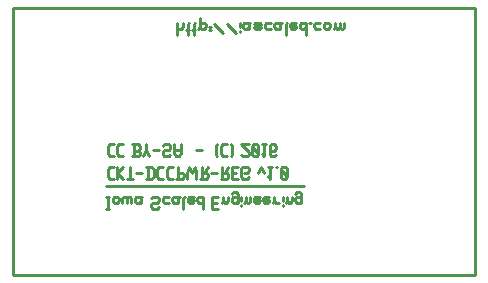
<source format=gbr>
G04 start of page 9 for group -4078 idx -4078 *
G04 Title: (unknown), bottomsilk *
G04 Creator: pcb 20140316 *
G04 CreationDate: Fri 22 Jan 2016 05:15:40 PM GMT UTC *
G04 For: ndholmes *
G04 Format: Gerber/RS-274X *
G04 PCB-Dimensions (mil): 1550.00 900.00 *
G04 PCB-Coordinate-Origin: lower left *
%MOIN*%
%FSLAX25Y25*%
%LNBOTTOMSILK*%
%ADD61C,0.0100*%
G54D61*X1000Y500D02*X154500D01*
Y89500D01*
X500D01*
Y500D01*
X8000D01*
X31500Y30000D02*X97500D01*
X55000Y80500D02*Y84500D01*
Y83000D02*X55500Y82500D01*
X56500D01*
X57000Y83000D01*
Y84500D01*
X58700Y80500D02*Y84000D01*
X59200Y84500D01*
X58200Y82000D02*X59200D01*
X60700Y80500D02*Y84000D01*
X61200Y84500D01*
X60200Y82000D02*X61200D01*
X62700Y83000D02*Y86000D01*
X62200Y82500D02*X62700Y83000D01*
X63200Y82500D01*
X64200D01*
X64700Y83000D01*
Y84000D01*
X64200Y84500D02*X64700Y84000D01*
X63200Y84500D02*X64200D01*
X62700Y84000D02*X63200Y84500D01*
X65900Y82000D02*X66400D01*
X65900Y83000D02*X66400D01*
X67600Y84000D02*X70600Y81000D01*
X71800Y84000D02*X74800Y81000D01*
X76000Y81500D02*Y81600D01*
Y83000D02*Y84500D01*
X78500Y82500D02*X79000Y83000D01*
X77500Y82500D02*X78500D01*
X77000Y83000D02*X77500Y82500D01*
X77000Y83000D02*Y84000D01*
X77500Y84500D01*
X79000Y82500D02*Y84000D01*
X79500Y84500D01*
X77500D02*X78500D01*
X79000Y84000D01*
X81200Y84500D02*X82700D01*
X83200Y84000D01*
X82700Y83500D02*X83200Y84000D01*
X81200Y83500D02*X82700D01*
X80700Y83000D02*X81200Y83500D01*
X80700Y83000D02*X81200Y82500D01*
X82700D01*
X83200Y83000D01*
X80700Y84000D02*X81200Y84500D01*
X84900Y82500D02*X86400D01*
X84400Y83000D02*X84900Y82500D01*
X84400Y83000D02*Y84000D01*
X84900Y84500D01*
X86400D01*
X89100Y82500D02*X89600Y83000D01*
X88100Y82500D02*X89100D01*
X87600Y83000D02*X88100Y82500D01*
X87600Y83000D02*Y84000D01*
X88100Y84500D01*
X89600Y82500D02*Y84000D01*
X90100Y84500D01*
X88100D02*X89100D01*
X89600Y84000D01*
X91300Y80500D02*Y84000D01*
X91800Y84500D01*
X93300D02*X94800D01*
X92800Y84000D02*X93300Y84500D01*
X92800Y83000D02*Y84000D01*
Y83000D02*X93300Y82500D01*
X94300D01*
X94800Y83000D01*
X92800Y83500D02*X94800D01*
Y83000D02*Y83500D01*
X98000Y80500D02*Y84500D01*
X97500D02*X98000Y84000D01*
X96500Y84500D02*X97500D01*
X96000Y84000D02*X96500Y84500D01*
X96000Y83000D02*Y84000D01*
Y83000D02*X96500Y82500D01*
X97500D01*
X98000Y83000D01*
X99200Y84500D02*X99700D01*
X101400Y82500D02*X102900D01*
X100900Y83000D02*X101400Y82500D01*
X100900Y83000D02*Y84000D01*
X101400Y84500D01*
X102900D01*
X104100Y83000D02*Y84000D01*
Y83000D02*X104600Y82500D01*
X105600D01*
X106100Y83000D01*
Y84000D01*
X105600Y84500D02*X106100Y84000D01*
X104600Y84500D02*X105600D01*
X104100Y84000D02*X104600Y84500D01*
X107800Y83000D02*Y84500D01*
Y83000D02*X108300Y82500D01*
X108800D01*
X109300Y83000D01*
Y84500D01*
Y83000D02*X109800Y82500D01*
X110300D01*
X110800Y83000D01*
Y84500D01*
X107300Y82500D02*X107800Y83000D01*
X31500Y22500D02*X32500D01*
X32000D02*Y26500D01*
X31500D02*X32500D01*
X33700Y25000D02*Y26000D01*
Y25000D02*X34200Y24500D01*
X35200D01*
X35700Y25000D01*
Y26000D01*
X35200Y26500D02*X35700Y26000D01*
X34200Y26500D02*X35200D01*
X33700Y26000D02*X34200Y26500D01*
X36900Y24500D02*Y26000D01*
X37400Y26500D01*
X37900D01*
X38400Y26000D01*
Y24500D02*Y26000D01*
X38900Y26500D01*
X39400D01*
X39900Y26000D01*
Y24500D02*Y26000D01*
X42600Y24500D02*X43100Y25000D01*
X41600Y24500D02*X42600D01*
X41100Y25000D02*X41600Y24500D01*
X41100Y25000D02*Y26000D01*
X41600Y26500D01*
X43100Y24500D02*Y26000D01*
X43600Y26500D01*
X41600D02*X42600D01*
X43100Y26000D01*
X48600Y22500D02*X49100Y23000D01*
X47100Y22500D02*X48600D01*
X46600Y23000D02*X47100Y22500D01*
X46600Y23000D02*Y24000D01*
X47100Y24500D01*
X48600D01*
X49100Y25000D01*
Y26000D01*
X48600Y26500D02*X49100Y26000D01*
X47100Y26500D02*X48600D01*
X46600Y26000D02*X47100Y26500D01*
X50800Y24500D02*X52300D01*
X50300Y25000D02*X50800Y24500D01*
X50300Y25000D02*Y26000D01*
X50800Y26500D01*
X52300D01*
X55000Y24500D02*X55500Y25000D01*
X54000Y24500D02*X55000D01*
X53500Y25000D02*X54000Y24500D01*
X53500Y25000D02*Y26000D01*
X54000Y26500D01*
X55500Y24500D02*Y26000D01*
X56000Y26500D01*
X54000D02*X55000D01*
X55500Y26000D01*
X57200Y22500D02*Y26000D01*
X57700Y26500D01*
X59200D02*X60700D01*
X58700Y26000D02*X59200Y26500D01*
X58700Y25000D02*Y26000D01*
Y25000D02*X59200Y24500D01*
X60200D01*
X60700Y25000D01*
X58700Y25500D02*X60700D01*
Y25000D02*Y25500D01*
X63900Y22500D02*Y26500D01*
X63400D02*X63900Y26000D01*
X62400Y26500D02*X63400D01*
X61900Y26000D02*X62400Y26500D01*
X61900Y25000D02*Y26000D01*
Y25000D02*X62400Y24500D01*
X63400D01*
X63900Y25000D01*
X66900Y24300D02*X68400D01*
X66900Y26500D02*X68900D01*
X66900Y22500D02*Y26500D01*
Y22500D02*X68900D01*
X70600Y25000D02*Y26500D01*
Y25000D02*X71100Y24500D01*
X71600D01*
X72100Y25000D01*
Y26500D01*
X70100Y24500D02*X70600Y25000D01*
X74800Y24500D02*X75300Y25000D01*
X73800Y24500D02*X74800D01*
X73300Y25000D02*X73800Y24500D01*
X73300Y25000D02*Y26000D01*
X73800Y26500D01*
X74800D01*
X75300Y26000D01*
X73300Y27500D02*X73800Y28000D01*
X74800D01*
X75300Y27500D01*
Y24500D02*Y27500D01*
X76500Y23500D02*Y23600D01*
Y25000D02*Y26500D01*
X78000Y25000D02*Y26500D01*
Y25000D02*X78500Y24500D01*
X79000D01*
X79500Y25000D01*
Y26500D01*
X77500Y24500D02*X78000Y25000D01*
X81200Y26500D02*X82700D01*
X80700Y26000D02*X81200Y26500D01*
X80700Y25000D02*Y26000D01*
Y25000D02*X81200Y24500D01*
X82200D01*
X82700Y25000D01*
X80700Y25500D02*X82700D01*
Y25000D02*Y25500D01*
X84400Y26500D02*X85900D01*
X83900Y26000D02*X84400Y26500D01*
X83900Y25000D02*Y26000D01*
Y25000D02*X84400Y24500D01*
X85400D01*
X85900Y25000D01*
X83900Y25500D02*X85900D01*
Y25000D02*Y25500D01*
X87600Y25000D02*Y26500D01*
Y25000D02*X88100Y24500D01*
X89100D01*
X87100D02*X87600Y25000D01*
X90300Y23500D02*Y23600D01*
Y25000D02*Y26500D01*
X91800Y25000D02*Y26500D01*
Y25000D02*X92300Y24500D01*
X92800D01*
X93300Y25000D01*
Y26500D01*
X91300Y24500D02*X91800Y25000D01*
X96000Y24500D02*X96500Y25000D01*
X95000Y24500D02*X96000D01*
X94500Y25000D02*X95000Y24500D01*
X94500Y25000D02*Y26000D01*
X95000Y26500D01*
X96000D01*
X96500Y26000D01*
X94500Y27500D02*X95000Y28000D01*
X96000D01*
X96500Y27500D01*
Y24500D02*Y27500D01*
X32700Y36500D02*X34000D01*
X32000Y35800D02*X32700Y36500D01*
X32000Y33200D02*Y35800D01*
Y33200D02*X32700Y32500D01*
X34000D01*
X35200D02*Y36500D01*
Y34500D02*X37200Y32500D01*
X35200Y34500D02*X37200Y36500D01*
X38400Y32500D02*X40400D01*
X39400D02*Y36500D01*
X41600Y34500D02*X43600D01*
X45300Y32500D02*Y36500D01*
X46600Y32500D02*X47300Y33200D01*
Y35800D01*
X46600Y36500D02*X47300Y35800D01*
X44800Y36500D02*X46600D01*
X44800Y32500D02*X46600D01*
X49200Y36500D02*X50500D01*
X48500Y35800D02*X49200Y36500D01*
X48500Y33200D02*Y35800D01*
Y33200D02*X49200Y32500D01*
X50500D01*
X52400Y36500D02*X53700D01*
X51700Y35800D02*X52400Y36500D01*
X51700Y33200D02*Y35800D01*
Y33200D02*X52400Y32500D01*
X53700D01*
X55400D02*Y36500D01*
X54900Y32500D02*X56900D01*
X57400Y33000D01*
Y34000D01*
X56900Y34500D02*X57400Y34000D01*
X55400Y34500D02*X56900D01*
X58600Y32500D02*Y34500D01*
X59100Y36500D01*
X60100Y34500D01*
X61100Y36500D01*
X61600Y34500D01*
Y32500D02*Y34500D01*
X62800Y32500D02*X64800D01*
X65300Y33000D01*
Y34000D01*
X64800Y34500D02*X65300Y34000D01*
X63300Y34500D02*X64800D01*
X63300Y32500D02*Y36500D01*
X64100Y34500D02*X65300Y36500D01*
X66500Y34500D02*X68500D01*
X69700Y32500D02*X71700D01*
X72200Y33000D01*
Y34000D01*
X71700Y34500D02*X72200Y34000D01*
X70200Y34500D02*X71700D01*
X70200Y32500D02*Y36500D01*
X71000Y34500D02*X72200Y36500D01*
X73400Y34300D02*X74900D01*
X73400Y36500D02*X75400D01*
X73400Y32500D02*Y36500D01*
Y32500D02*X75400D01*
X78600D02*X79100Y33000D01*
X77100Y32500D02*X78600D01*
X76600Y33000D02*X77100Y32500D01*
X76600Y33000D02*Y36000D01*
X77100Y36500D01*
X78600D01*
X79100Y36000D01*
Y35000D02*Y36000D01*
X78600Y34500D02*X79100Y35000D01*
X77600Y34500D02*X78600D01*
X82100D02*X83100Y36500D01*
X84100Y34500D02*X83100Y36500D01*
X85300Y33300D02*X86100Y32500D01*
Y36500D01*
X85300D02*X86800D01*
X88000D02*X88500D01*
X89700Y36000D02*X90200Y36500D01*
X89700Y33000D02*Y36000D01*
Y33000D02*X90200Y32500D01*
X91200D01*
X91700Y33000D01*
Y36000D01*
X91200Y36500D02*X91700Y36000D01*
X90200Y36500D02*X91200D01*
X89700Y35500D02*X91700Y33500D01*
X32700Y44000D02*X34000D01*
X32000Y43300D02*X32700Y44000D01*
X32000Y40700D02*Y43300D01*
Y40700D02*X32700Y40000D01*
X34000D01*
X35900Y44000D02*X37200D01*
X35200Y43300D02*X35900Y44000D01*
X35200Y40700D02*Y43300D01*
Y40700D02*X35900Y40000D01*
X37200D01*
X40200Y44000D02*X42200D01*
X42700Y43500D01*
Y42300D02*Y43500D01*
X42200Y41800D02*X42700Y42300D01*
X40700Y41800D02*X42200D01*
X40700Y40000D02*Y44000D01*
X40200Y40000D02*X42200D01*
X42700Y40500D01*
Y41300D01*
X42200Y41800D02*X42700Y41300D01*
X43900Y40000D02*X44900Y42000D01*
X45900Y40000D01*
X44900Y42000D02*Y44000D01*
X47100Y42000D02*X49100D01*
X52300Y40000D02*X52800Y40500D01*
X50800Y40000D02*X52300D01*
X50300Y40500D02*X50800Y40000D01*
X50300Y40500D02*Y41500D01*
X50800Y42000D01*
X52300D01*
X52800Y42500D01*
Y43500D01*
X52300Y44000D02*X52800Y43500D01*
X50800Y44000D02*X52300D01*
X50300Y43500D02*X50800Y44000D01*
X54000Y41000D02*Y44000D01*
Y41000D02*X54700Y40000D01*
X55800D01*
X56500Y41000D01*
Y44000D01*
X54000Y42000D02*X56500D01*
X61300D02*X63300D01*
X68100Y43500D02*X68600Y44000D01*
X68100Y40500D02*X68600Y40000D01*
X68100Y40500D02*Y43500D01*
X70500Y44000D02*X71800D01*
X69800Y43300D02*X70500Y44000D01*
X69800Y40700D02*Y43300D01*
Y40700D02*X70500Y40000D01*
X71800D01*
X73000D02*X73500Y40500D01*
Y43500D01*
X73000Y44000D02*X73500Y43500D01*
X76500Y40500D02*X77000Y40000D01*
X78500D01*
X79000Y40500D01*
Y41500D01*
X76500Y44000D02*X79000Y41500D01*
X76500Y44000D02*X79000D01*
X80200Y43500D02*X80700Y44000D01*
X80200Y40500D02*Y43500D01*
Y40500D02*X80700Y40000D01*
X81700D01*
X82200Y40500D01*
Y43500D01*
X81700Y44000D02*X82200Y43500D01*
X80700Y44000D02*X81700D01*
X80200Y43000D02*X82200Y41000D01*
X83400Y40800D02*X84200Y40000D01*
Y44000D01*
X83400D02*X84900D01*
X87600Y40000D02*X88100Y40500D01*
X86600Y40000D02*X87600D01*
X86100Y40500D02*X86600Y40000D01*
X86100Y40500D02*Y43500D01*
X86600Y44000D01*
X87600Y41800D02*X88100Y42300D01*
X86100Y41800D02*X87600D01*
X86600Y44000D02*X87600D01*
X88100Y43500D01*
Y42300D02*Y43500D01*
M02*

</source>
